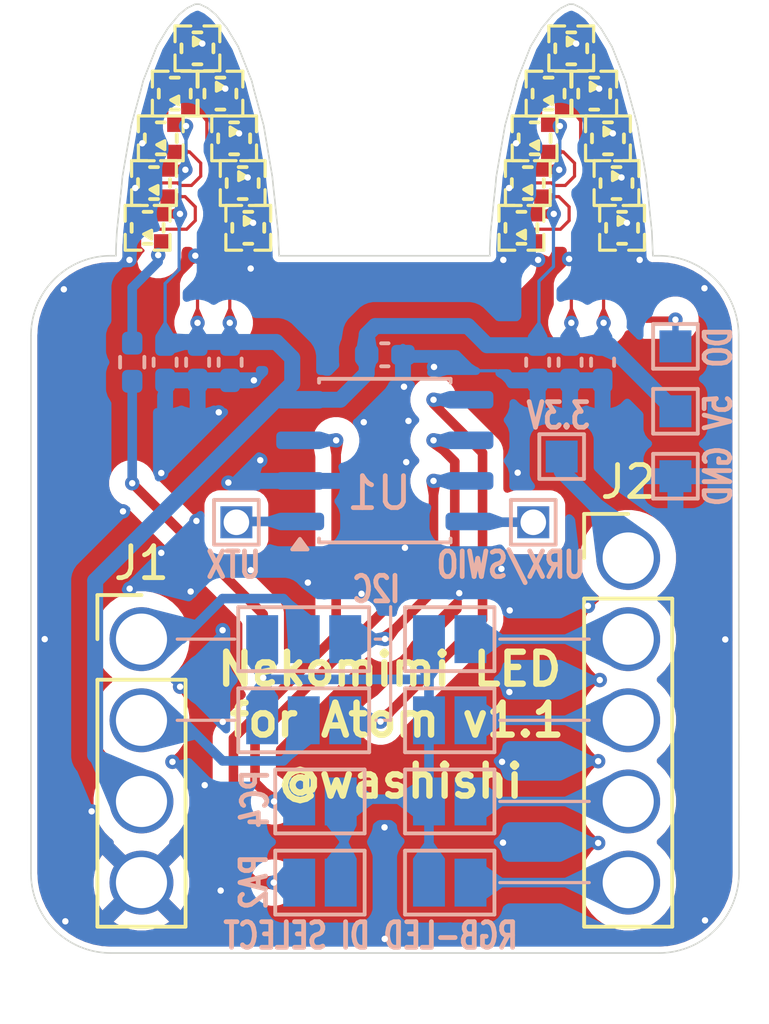
<source format=kicad_pcb>
(kicad_pcb (version 20241229) (generator "pcbnew") (generator_version "9.0")
  (layers (0 "F.Cu" signal) (2 "B.Cu" signal) (13 "F.Paste" user) (15 "B.Paste" user) (5 "F.SilkS" user "F.Silkscreen") (7 "B.SilkS" user "B.Silkscreen") (1 "F.Mask" user) (3 "B.Mask" user) (25 "Edge.Cuts" user))
  (net 0 "")
  (net 1 "Net-(JP1-A)")
  (net 2 "Net-(LED1-DO)")
  (net 3 "GND")
  (net 4 "+5V")
  (net 5 "Net-(LED2-DO)")
  (net 6 "Net-(LED3-DO)")
  (net 7 "Net-(LED4-DO)")
  (net 8 "Net-(LED5-DO)")
  (net 9 "Net-(LED6-DO)")
  (net 10 "Net-(LED7-DO)")
  (net 11 "Net-(LED8-DO)")
  (net 12 "Net-(LED10-DI)")
  (net 13 "Net-(LED10-DO)")
  (net 14 "Net-(LED11-DO)")
  (net 15 "Net-(LED12-DO)")
  (net 16 "Net-(LED13-DO)")
  (net 17 "Net-(LED14-DO)")
  (net 18 "Net-(LED15-DO)")
  (net 19 "Net-(LED16-DO)")
  (net 20 "Net-(LED17-DO)")
  (net 21 "/CH32V_PA2")
  (net 22 "/CH32V_PC4")
  (net 23 "/SDA")
  (net 24 "/SWIO{slash}URX")
  (net 25 "/UTX")
  (net 26 "/SCL")
  (net 27 "/G21{slash}G39{slash}SCL")
  (net 28 "/G25{slash}G38{slash}SDA")
  (net 29 "/G22{slash}G5")
  (net 30 "/G19{slash}G6")
  (net 31 "/G23{slash}G7")
  (net 32 "/G33{slash}G8")
  (net 33 "+3.3V")
  (net 34 "Net-(LED1-DI)")
  (net 35 "Net-(LED18-DO)")
  (footprint "Library:LED XL-1010RGBC-WS2812B" (layer "F.Cu") (at 108.8538 87.325367)
    (property "Reference" "LED17" (hide yes))
    (property "Value" "XL-1010RGBC-WS2812B" (hide yes))
  )
  (footprint "Library:LED XL-1010RGBC-WS2812B" (layer "F.Cu") (at 105.87695 88.725 180)
    (property "Reference" "LED10" (hide yes))
    (property "Value" "XL-1010RGBC-WS2812B" (hide yes))
  )
  (footprint "Library:LED XL-1010RGBC-WS2812B" (layer "F.Cu") (at 109.029 88.725)
    (property "Reference" "LED18" (hide yes))
    (property "Value" "XL-1010RGBC-WS2812B" (hide yes))
  )
  (footprint "Library:LED XL-1010RGBC-WS2812B" (layer "F.Cu") (at 94.17195 88.725 180)
    (property "Reference" "LED1" (hide yes))
    (property "Value" "XL-1010RGBC-WS2812B" (hide yes))
  )
  (footprint "Library:LED XL-1010RGBC-WS2812B" (layer "F.Cu") (at 106.72695 84.525367 180)
    (property "Reference" "LED13" (hide yes))
    (property "Value" "XL-1010RGBC-WS2812B" (hide yes))
  )
  (footprint "Library:LED XL-1010RGBC-WS2812B" (layer "F.Cu") (at 94.585 85.925 180)
    (property "Reference" "LED3" (hide yes))
    (property "Value" "XL-1010RGBC-WS2812B" (hide yes))
  )
  (footprint "Library:PinSocket_1x05_P2.54mm_Vertical_Hole1.6" (layer "F.Cu") (at 109.22 99.06)
    (property "Reference" "J2")
    (property "Value" "PinHeader_1x05_P2.54mm_Vertical" (hide yes))
  )
  (footprint "Library:LED XL-1010RGBC-WS2812B" (layer "F.Cu") (at 96.8815 85.925)
    (property "Reference" "LED7" (hide yes))
    (property "Value" "XL-1010RGBC-WS2812B" (hide yes))
  )
  (footprint "Library:LED XL-1010RGBC-WS2812B" (layer "F.Cu") (at 108.5865 85.925367)
    (property "Reference" "LED16" (hide yes))
    (property "Value" "XL-1010RGBC-WS2812B" (hide yes))
  )
  (footprint "Library:LED XL-1010RGBC-WS2812B" (layer "F.Cu") (at 95.732 83.108352)
    (property "Reference" "LED5" (hide yes))
    (property "Value" "XL-1010RGBC-WS2812B" (hide yes))
  )
  (footprint "Library:LED XL-1010RGBC-WS2812B" (layer "F.Cu") (at 95.02195 84.525 180)
    (property "Reference" "LED4" (hide yes))
    (property "Value" "XL-1010RGBC-WS2812B" (hide yes))
  )
  (footprint "Library:LED XL-1010RGBC-WS2812B" (layer "F.Cu") (at 97.324 88.725)
    (property "Reference" "LED9" (hide yes))
    (property "Value" "XL-1010RGBC-WS2812B" (hide yes))
  )
  (footprint "Library:PinSocket_1x04_P2.54mm_Vertical_Hole1.6" (layer "F.Cu") (at 93.98 101.6)
    (property "Reference" "J1")
    (property "Value" "PinHeader_1x04_P2.54mm_Vertical" (hide yes))
  )
  (footprint "Library:LED XL-1010RGBC-WS2812B" (layer "F.Cu") (at 106.29 85.925367 180)
    (property "Reference" "LED12" (hide yes))
    (property "Value" "XL-1010RGBC-WS2812B" (hide yes))
  )
  (footprint "Library:LED XL-1010RGBC-WS2812B" (layer "F.Cu") (at 96.45195 84.525)
    (property "Reference" "LED6" (hide yes))
    (property "Value" "XL-1010RGBC-WS2812B" (hide yes))
  )
  (footprint "Library:LED XL-1010RGBC-WS2812B" (layer "F.Cu") (at 107.437 83.108719)
    (property "Reference" "LED14" (hide yes))
    (property "Value" "XL-1010RGBC-WS2812B" (hide yes))
  )
  (footprint "Library:LED XL-1010RGBC-WS2812B" (layer "F.Cu") (at 94.37195 87.325 180)
    (property "Reference" "LED2" (hide yes))
    (property "Value" "XL-1010RGBC-WS2812B" (hide yes))
  )
  (footprint "Library:LED XL-1010RGBC-WS2812B" (layer "F.Cu") (at 97.1488 87.325)
    (property "Reference" "LED8" (hide yes))
    (property "Value" "XL-1010RGBC-WS2812B" (hide yes))
  )
  (footprint "Library:LED XL-1010RGBC-WS2812B" (layer "F.Cu") (at 108.15695 84.525367)
    (property "Reference" "LED15" (hide yes))
    (property "Value" "XL-1010RGBC-WS2812B" (hide yes))
  )
  (footprint "Library:LED XL-1010RGBC-WS2812B" (layer "F.Cu") (at 106.07695 87.325367 180)
    (property "Reference" "LED11" (hide yes))
    (property "Value" "XL-1010RGBC-WS2812B" (hide yes))
  )
  (footprint "Package_SO:JEITA_SOIC-8_3.9x4.9mm_P1.27mm" (layer "B.Cu") (at 101.6 96.012)
    (property "Reference" "U1")
    (property "Value" "CH32V003JxMx" (hide yes))
  )
  (footprint "Capacitor_SMD:C_0402_1005Metric_Pad0.74x0.62mm_HandSolder" (layer "B.Cu") (at 108.418 92.9325 -90)
    (property "Reference" "C4" (hide yes))
    (property "Value" "0.1uF" (hide yes))
  )
  (footprint "Capacitor_SMD:C_0402_1005Metric_Pad0.74x0.62mm_HandSolder" (layer "B.Cu") (at 96.755986 92.9325 -90)
    (property "Reference" "C3" (hide yes))
    (property "Value" "0.1uF" (hide yes))
  )
  (footprint "Jumper:SolderJumper-2_P1.3mm_Open_Pad1.0x1.5mm" (layer "B.Cu") (at 99.568 109.22 180)
    (property "Reference" "JP8" (hide yes))
    (property "Value" "Jumper_2_Open" (hide yes))
  )
  (footprint "Capacitor_SMD:C_0402_1005Metric_Pad0.74x0.62mm_HandSolder" (layer "B.Cu") (at 106.386 92.9325 -90)
    (property "Reference" "C6" (hide yes))
    (property "Value" "0.1uF")
  )
  (footprint "TestPoint:TestPoint_Pad_1.0x1.0mm" (layer "B.Cu") (at 107.1372 95.885 180)
    (property "Reference" "TP4" (hide yes))
    (property "Value" "TestPoint_Alt" (hide yes))
  )
  (footprint "Capacitor_SMD:C_0402_1005Metric_Pad0.74x0.62mm_HandSolder" (layer "B.Cu") (at 101.6 92.7)
    (property "Reference" "C7" (hide yes))
    (property "Value" "0.1uF")
  )
  (footprint "Jumper:SolderJumper-2_P1.3mm_Open_Pad1.0x1.5mm" (layer "B.Cu") (at 99.568 106.68 180)
    (property "Reference" "JP7" (hide yes))
    (property "Value" "Jumper_2_Open" (hide yes))
  )
  (footprint "Jumper:SolderJumper-2_P1.3mm_Open_Pad1.0x1.5mm" (layer "B.Cu") (at 103.632 104.14)
    (property "Reference" "JP4" (hide yes))
    (property "Value" "Jumper_2_Open" (hide yes))
  )
  (footprint "Library:TestPoint_THTPad_1.0x1.0mm_Drill0.8mm" (layer "B.Cu") (at 106.2482 97.9424 180)
    (property "Reference" "TP2" (hide yes))
    (property "Value" "TestPoint_Alt" (hide yes))
  )
  (footprint "Jumper:SolderJumper-2_P1.3mm_Open_Pad1.0x1.5mm" (layer "B.Cu") (at 103.632 101.6)
    (property "Reference" "JP3" (hide yes))
    (property "Value" "Jumper_2_Open" (hide yes))
  )
  (footprint "Jumper:SolderJumper-2_P1.3mm_Open_Pad1.0x1.5mm" (layer "B.Cu") (at 103.632 109.22)
    (property "Reference" "JP6" (hide yes))
    (property "Value" "Jumper_2_Open" (hide yes))
  )
  (footprint "My_Library:SolderJumper-3_P1.3mm_Open_Pad1.0x1.5mm_" (layer "B.Cu") (at 99.06 101.6)
    (property "Reference" "JP1" (hide yes))
    (property "Value" "Jumper_3_Open" (hide yes))
  )
  (footprint "Jumper:SolderJumper-2_P1.3mm_Open_Pad1.0x1.5mm" (layer "B.Cu") (at 103.632 106.68)
    (property "Reference" "JP5" (hide yes))
    (property "Value" "Jumper_2_Open" (hide yes))
  )
  (footprint "TestPoint:TestPoint_Pad_1.0x1.0mm" (layer "B.Cu") (at 110.7 94.468 180)
    (property "Reference" "TP6" (hide yes))
    (property "Value" "TestPoint_Alt" (hide yes))
  )
  (footprint "Capacitor_SMD:C_0402_1005Metric_Pad0.74x0.62mm_HandSolder" (layer "B.Cu") (at 94.719986 92.9325 -90)
    (property "Reference" "C1" (hide yes))
    (property "Value" "0.1uF")
  )
  (footprint "Library:TestPoint_THTPad_1.0x1.0mm_Drill0.8mm" (layer "B.Cu") (at 96.9518 97.9424 180)
    (property "Reference" "TP3" (hide yes))
    (property "Value" "TestPoint_Alt" (hide yes))
  )
  (footprint "My_Library:SolderJumper-3_P1.3mm_Open_Pad1.0x1.5mm_" (layer "B.Cu") (at 99.06 104.14)
    (property "Reference" "JP2" (hide yes))
    (property "Value" "Jumper_3_Open" (hide yes))
  )
  (footprint "TestPoint:TestPoint_Pad_1.0x1.0mm" (layer "B.Cu") (at 110.7 92.436 180)
    (property "Reference" "TP1" (hide yes))
    (property "Value" "TestPoint_Alt" (hide yes))
  )
  (footprint "Capacitor_SMD:C_0402_1005Metric_Pad0.74x0.62mm_HandSolder" (layer "B.Cu") (at 95.737986 92.9325 -90)
    (property "Reference" "C2" (hide yes))
    (property "Value" "0.1uF" (hide yes))
  )
  (footprint "Resistor_SMD:R_0402_1005Metric_Pad0.72x0.64mm_HandSolder" (layer "B.Cu") (at 93.69 92.9325 -90)
    (property "Reference" "R1" (hide yes))
    (property "Value" "330")
  )
  (footprint "Capacitor_SMD:C_0402_1005Metric_Pad0.74x0.62mm_HandSolder" (layer "B.Cu") (at 107.4 92.9325 -90)
    (property "Reference" "C5" (hide yes))
    (property "Value" "0.1uF" (hide yes))
  )
  (footprint "TestPoint:TestPoint_Pad_1.0x1.0mm" (layer "B.Cu") (at 110.7 96.5 180)
    (property "Reference" "TP5" (hide yes))
    (property "Value" "TestPoint_Alt" (hide yes))
  )
  (gr_line (start 105.2 104.14) (end 108 104.14) (stroke (width 0.1)) (layer "B.SilkS"))
  (gr_line (start 101.7826 104.14) (end 101.7826 100.584) (stroke (width 0.1)) (layer "B.SilkS"))
  (gr_line (start 101.3 101.6) (end 101.7826 101.6) (stroke (width 0.1)) (layer "B.SilkS"))
  (gr_line (start 105.2 109.22) (end 108 109.22) (stroke (width 0.1)) (layer "B.SilkS"))
  (gr_line (start 96.9 101.6) (end 95.1 101.6) (stroke (width 0.1)) (layer "B.SilkS"))
  (gr_line (start 105.2 106.68) (end 108 106.68) (stroke (width 0.1)) (layer "B.SilkS"))
  (gr_line (start 105.2 101.6) (end 108 101.6) (stroke (width 0.1)) (layer "B.SilkS"))
  (gr_line (start 96.9 104.14) (end 95.1 104.14) (stroke (width 0.1)) (layer "B.SilkS"))
  (gr_line (start 101.3254 104.14) (end 101.7826 104.14) (stroke (width 0.1)) (layer "B.SilkS"))
  (gr_line (start 93.358324 87.423914) (end 93.308324 87.873914) (stroke (width 0.05)) (layer "Edge.Cuts"))
  (gr_line (start 104.963324 88.374281) (end 104.913324 88.849281) (stroke (width 0.05)) (layer "Edge.Cuts"))
  (gr_line (start 93.02 111.424) (end 110.18 111.424) (stroke (width 0.05)) (layer "Edge.Cuts"))
  (gr_line (start 107.113324 81.849281) (end 106.863324 82.049281) (stroke (width 0.05)) (layer "Edge.Cuts"))
  (gr_line (start 93.258324 88.373914) (end 93.208324 88.848914) (stroke (width 0.05)) (layer "Edge.Cuts"))
  (gr_line (start 97.007291 83.050984) (end 96.657291 82.475984) (stroke (width 0.05)) (layer "Edge.Cuts"))
  (gr_line (start 98.157291 87.875984) (end 98.107291 87.425984) (stroke (width 0.05)) (layer "Edge.Cuts"))
  (gr_line (start 96.657291 82.475984) (end 96.307291 82.050984) (stroke (width 0.05)) (layer "Edge.Cuts"))
  (gr_line (start 108.362291 82.476351) (end 108.012291 82.051351) (stroke (width 0.05)) (layer "Edge.Cuts"))
  (gr_line (start 93.208324 88.848914) (end 93.183112 89.367673) (stroke (width 0.05)) (layer "Edge.Cuts"))
  (gr_line (start 108.712291 83.051351) (end 108.362291 82.476351) (stroke (width 0.05)) (layer "Edge.Cuts"))
  (gr_line (start 112.69 108.914) (end 112.679967 92.1) (stroke (width 0.05)) (layer "Edge.Cuts"))
  (gr_line (start 90.52 108.924) (end 90.52 92.1) (stroke (width 0.05)) (layer "Edge.Cuts"))
  (gr_line (start 105.663324 84.424281) (end 105.363324 85.524281) (stroke (width 0.05)) (layer "Edge.Cuts"))
  (gr_line (start 109.994005 89.6) (end 110.18 89.6) (stroke (width 0.05)) (layer "Edge.Cuts"))
  (gr_line (start 93.383324 87.123914) (end 93.358324 87.423914) (stroke (width 0.05)) (layer "Edge.Cuts"))
  (gr_line (start 109.512291 85.526351) (end 109.212291 84.426351) (stroke (width 0.05)) (layer "Edge.Cuts"))
  (gr_line (start 98.107291 87.425984) (end 98.078041 87.125984) (stroke (width 0.05)) (layer "Edge.Cuts"))
  (gr_line (start 109.994005 89.6) (end 109.962291 88.851351) (stroke (width 0.05)) (layer "Edge.Cuts"))
  (gr_line (start 106.863324 82.049281) (end 106.513324 82.474281) (stroke (width 0.05)) (layer "Edge.Cuts"))
  (gr_line (start 97.507291 84.425984) (end 97.432291 84.125984) (stroke (width 0.05)) (layer "Edge.Cuts"))
  (gr_line (start 95.658324 81.725984) (end 95.408324 81.848914) (stroke (width 0.05)) (layer "Edge.Cuts"))
  (gr_line (start 106.163324 83.049281) (end 105.738324 84.124281) (stroke (width 0.05)) (layer "Edge.Cuts"))
  (gr_line (start 98.289005 89.599633) (end 98.257291 88.850984) (stroke (width 0.05)) (layer "Edge.Cuts"))
  (gr_line (start 106.513324 82.474281) (end 106.163324 83.049281) (stroke (width 0.05)) (layer "Edge.Cuts"))
  (gr_line (start 97.432291 84.125984) (end 97.007291 83.050984) (stroke (width 0.05)) (layer "Edge.Cuts"))
  (gr_line (start 109.212291 84.426351) (end 109.137291 84.126351) (stroke (width 0.05)) (layer "Edge.Cuts"))
  (gr_line (start 105.363324 85.524281) (end 105.088324 87.124281) (stroke (width 0.05)) (layer "Edge.Cuts"))
  (gr_line (start 93.958324 84.423914) (end 93.658324 85.523914) (stroke (width 0.05)) (layer "Edge.Cuts"))
  (gr_line (start 93.308324 87.873914) (end 93.258324 88.373914) (stroke (width 0.05)) (layer "Edge.Cuts"))
  (gr_line (start 108.012291 82.051351) (end 107.762291 81.849281) (stroke (width 0.05)) (layer "Edge.Cuts"))
  (gr_line (start 104.887969 89.6) (end 104.888112 89.36804) (stroke (width 0.05)) (layer "Edge.Cuts"))
  (gr_arc (start 112.69 108.914) (mid 111.954838 110.688838) (end 110.18 111.424) (stroke (width 0.05)) (layer "Edge.Cuts"))
  (gr_line (start 96.057291 81.848914) (end 95.805 81.725984) (stroke (width 0.05)) (layer "Edge.Cuts"))
  (gr_line (start 109.862291 87.876351) (end 109.812291 87.426351) (stroke (width 0.05)) (layer "Edge.Cuts"))
  (gr_line (start 98.287969 89.6) (end 104.887969 89.6) (stroke (width 0.05)) (layer "Edge.Cuts"))
  (gr_line (start 107.762291 81.849281) (end 107.51 81.726351) (stroke (width 0.05)) (layer "Edge.Cuts"))
  (gr_arc (start 110.18 89.6) (mid 111.947767 90.332233) (end 112.68 92.1) (stroke (width 0.05)) (layer "Edge.Cuts"))
  (gr_line (start 105.088324 87.124281) (end 105.063324 87.424281) (stroke (width 0.05)) (layer "Edge.Cuts"))
  (gr_line (start 105.013324 87.874281) (end 104.963324 88.374281) (stroke (width 0.05)) (layer "Edge.Cuts"))
  (gr_line (start 107.363324 81.726351) (end 107.113324 81.849281) (stroke (width 0.05)) (layer "Edge.Cuts"))
  (gr_line (start 95.408324 81.848914) (end 95.158324 82.048914) (stroke (width 0.05)) (layer "Edge.Cuts"))
  (gr_arc (start 93.02 111.424) (mid 91.252233 110.691767) (end 90.52 108.924) (stroke (width 0.05)) (layer "Edge.Cuts"))
  (gr_line (start 98.207291 88.375984) (end 98.157291 87.875984) (stroke (width 0.05)) (layer "Edge.Cuts"))
  (gr_line (start 97.807291 85.525984) (end 97.507291 84.425984) (stroke (width 0.05)) (layer "Edge.Cuts"))
  (gr_line (start 107.512291 81.726351) (end 107.363324 81.726351) (stroke (width 0.05)) (layer "Edge.Cuts"))
  (gr_line (start 94.808324 82.473914) (end 94.458324 83.048914) (stroke (width 0.05)) (layer "Edge.Cuts"))
  (gr_line (start 94.033324 84.123914) (end 93.958324 84.423914) (stroke (width 0.05)) (layer "Edge.Cuts"))
  (gr_arc (start 90.52 92.1) (mid 91.252233 90.332233) (end 93.02 89.6) (stroke (width 0.05)) (layer "Edge.Cuts"))
  (gr_line (start 109.962291 88.851351) (end 109.912291 88.376351) (stroke (width 0.05)) (layer "Edge.Cuts"))
  (gr_line (start 109.912291 88.376351) (end 109.862291 87.876351) (stroke (width 0.05)) (layer "Edge.Cuts"))
  (gr_line (start 109.812291 87.426351) (end 109.783041 87.126351) (stroke (width 0.05)) (layer "Edge.Cuts"))
  (gr_line (start 93.658324 85.523914) (end 93.383324 87.123914) (stroke (width 0.05)) (layer "Edge.Cuts"))
  (gr_line (start 98.078041 87.125984) (end 97.807291 85.525984) (stroke (width 0.05)) (layer "Edge.Cuts"))
  (gr_line (start 94.458324 83.048914) (end 94.033324 84.123914) (stroke (width 0.05)) (layer "Edge.Cuts"))
  (gr_line (start 95.158324 82.048914) (end 94.808324 82.473914) (stroke (width 0.05)) (layer "Edge.Cuts"))
  (gr_line (start 109.783041 87.126351) (end 109.512291 85.526351) (stroke (width 0.05)) (layer "Edge.Cuts"))
  (gr_line (start 104.913324 88.849281) (end 104.888112 89.36804) (stroke (width 0.05)) (layer "Edge.Cuts"))
  (gr_line (start 105.738324 84.124281) (end 105.663324 84.424281) (stroke (width 0.05)) (layer "Edge.Cuts"))
  (gr_line (start 93.182005 89.6) (end 93.02 89.6) (stroke (width 0.05)) (layer "Edge.Cuts"))
  (gr_line (start 95.807291 81.725984) (end 95.658324 81.725984) (stroke (width 0.05)) (layer "Edge.Cuts"))
  (gr_line (start 96.307291 82.050984) (end 96.057291 81.848914) (stroke (width 0.05)) (layer "Edge.Cuts"))
  (gr_line (start 93.183112 89.367673) (end 93.182005 89.6) (stroke (width 0.05)) (layer "Edge.Cuts"))
  (gr_line (start 105.063324 87.424281) (end 105.013324 87.874281) (stroke (width 0.05)) (layer "Edge.Cuts"))
  (gr_line (start 98.257291 88.850984) (end 98.207291 88.375984) (stroke (width 0.05)) (layer "Edge.Cuts"))
  (gr_line (start 109.137291 84.126351) (end 108.712291 83.051351) (stroke (width 0.05)) (layer "Edge.Cuts"))
  (gr_text "@washishi" (at 98.15 106.63 0) (layer "F.SilkS") (effects (font (size 1 1) (thickness 0.2) (bold yes)) (justify left bottom)))
  (gr_text "for Atom v1.1" (at 96.63 104.72 0) (layer "F.SilkS") (effects (font (size 1 1) (thickness 0.2) (bold yes)) (justify left bottom)))
  (gr_text "Nekomimi LED " (at 96.263 103.126 0) (layer "F.SilkS") (effects (font (size 1 1) (thickness 0.2) (bold yes)) (justify left bottom)))
  (gr_text "3.3V" (at 108.1024 95.0722 0) (layer "B.SilkS") (effects (font (size 0.8 0.6)) (justify left bottom mirror)))
  (gr_text "URX/SWIO" (at 107.95 99.7458 0) (layer "B.SilkS") (effects (font (size 0.8 0.6)) (justify left bottom mirror)))
  (gr_text "I2C" (at 102.1588 100.5078 0) (layer "B.SilkS") (effects (font (size 0.8 0.6)) (justify left bottom mirror)))
  (gr_text "5V" (at 112.5034 93.8584 90) (layer "B.SilkS") (effects (font (size 0.8 0.6)) (justify left bottom mirror)))
  (gr_text "UTX" (at 97.79 99.7458 0) (layer "B.SilkS") (effects (font (size 0.8 0.6)) (justify left bottom mirror)))
  (gr_text "PC4" (at 98.01 105.62 90) (layer "B.SilkS") (effects (font (size 0.8 0.6)) (justify left bottom mirror)))
  (gr_text "DO" (at 112.5034 91.7502 90) (layer "B.SilkS") (effects (font (size 0.8 0.6)) (justify left bottom mirror)))
  (gr_text "RGB-LED DI SELECT" (at 105.8418 111.35 0) (layer "B.SilkS") (effects (font (size 0.8 0.6)) (justify left bottom mirror)))
  (gr_text "GND" (at 112.5034 95.484 90) (layer "B.SilkS") (effects (font (size 0.8 0.6)) (justify left bottom mirror)))
  (gr_text "PA2" (at 97.97 108.26 90) (layer "B.SilkS") (effects (font (size 0.8 0.6)) (justify left bottom mirror)))
  (segment (start 97.79 100.82) (end 93.69 96.72) (width 0.3) (layer "F.Cu") (net 1))
  (segment (start 97.792 102.808) (end 97.79 102.806) (width 0.3) (layer "F.Cu") (net 1))
  (segment (start 97.79 102.806) (end 97.79 100.82) (width 0.3) (layer "F.Cu") (net 1))
  (via (at 93.69 96.72) (size 0.45) (drill 0.2) (layers "F.Cu" "B.Cu") (net 1))
  (via (at 97.792 102.808) (size 0.45) (drill 0.2) (layers "F.Cu" "B.Cu") (net 1))
  (segment (start 103.319 106.61) (end 100.32 106.61) (width 0.3) (layer "B.Cu") (net 1))
  (segment (start 97.76 101.6) (end 97.76 102.205) (width 0.2) (layer "B.Cu") (net 1))
  (segment (start 97.82 102.86) (end 97.792 102.832) (width 0.1) (layer "B.Cu") (net 1))
  (segment (start 100.32 109.195) (end 100.32 106.832) (width 0.3) (layer "B.Cu") (net 1))
  (segment (start 97.79 103.505) (end 97.76 103.535) (width 0.2) (layer "B.Cu") (net 1))
  (segment (start 97.792 102.832) (end 97.792 102.808) (width 0.1) (layer "B.Cu") (net 1))
  (segment (start 100.345 109.22) (end 100.32 109.195) (width 0.3) (layer "B.Cu") (net 1))
  (segment (start 102.982 102.86) (end 97.82 102.86) (width 0.3) (layer "B.Cu") (net 1))
  (segment (start 97.792 102.808) (end 97.79 102.81) (width 0.3) (layer "B.Cu") (net 1))
  (segment (start 103.237 109.24) (end 103.217 109.22) (width 0.2) (layer "B.Cu") (net 1))
  (segment (start 102.982 101.6) (end 102.982 102.86) (width 0.3) (layer "B.Cu") (net 1))
  (segment (start 102.982 102.86) (end 102.982 107.93) (width 0.3) (layer "B.Cu") (net 1))
  (segment (start 97.79 102.806) (end 97.792 102.808) (width 0.3) (layer "B.Cu") (net 1))
  (segment (start 97.79 102.235) (end 97.79 102.806) (width 0.3) (layer "B.Cu") (net 1))
  (segment (start 102.982 107.93) (end 102.982 109.22) (width 0.3) (layer "B.Cu") (net 1))
  (segment (start 93.69 96.72) (end 93.69 93.53) (width 0.3) (layer "B.Cu") (net 1))
  (segment (start 100.32 106.832) (end 100.345 106.807) (width 0.3) (layer "B.Cu") (net 1))
  (segment (start 100.345 106.807) (end 100.218 106.68) (width 0.2) (layer "B.Cu") (net 1))
  (segment (start 97.79 102.81) (end 97.79 103.505) (width 0.3) (layer "B.Cu") (net 1))
  (segment (start 97.76 102.205) (end 97.79 102.235) (width 0.2) (layer "B.Cu") (net 1))
  (segment (start 97.76 103.535) (end 97.76 104.14) (width 0.2) (layer "B.Cu") (net 1))
  (segment (start 95.665 88.069633) (end 95.665 88.499633) (width 0.1) (layer "F.Cu") (net 2))
  (segment (start 95.395 88.769633) (end 94.395 88.769633) (width 0.1) (layer "F.Cu") (net 2))
  (segment (start 95.665 88.499633) (end 95.395 88.769633) (width 0.1) (layer "F.Cu") (net 2))
  (segment (start 93.925367 88.3) (end 93.74695 88.3) (width 0.1) (layer "F.Cu") (net 2))
  (segment (start 94.79695 87.75) (end 95.345367 87.75) (width 0.1) (layer "F.Cu") (net 2))
  (segment (start 95.345367 87.75) (end 95.665 88.069633) (width 0.1) (layer "F.Cu") (net 2))
  (segment (start 94.395 88.769633) (end 93.925367 88.3) (width 0.1) (layer "F.Cu") (net 2))
  (segment (start 94.16 86.254633) (end 94.16 86.35) (width 0.1) (layer "F.Cu") (net 3))
  (segment (start 93.74695 89.16195) (end 94.025 89.44) (width 0.1) (layer "F.Cu") (net 3))
  (segment (start 105.45195 89.15) (end 105.49 89.15) (width 0.3) (layer "F.Cu") (net 3))
  (segment (start 107.37 89.7) (end 107.34 89.73) (width 0.1) (layer "F.Cu") (net 3))
  (segment (start 93.605 89.805) (end 93.605 89.73) (width 0.1) (layer "F.Cu") (net 3))
  (segment (start 107.34 89.73) (end 106.4 89.73) (width 0.1) (layer "F.Cu") (net 3))
  (segment (start 106.30195 84.950367) (end 106.30195 85.81805) (width 0.1) (layer "F.Cu") (net 3))
  (segment (start 106.30195 85.81805) (end 105.865 86.255) (width 0.1) (layer "F.Cu") (net 3))
  (segment (start 105.45195 89.58805) (end 105.45195 89.15) (width 0.1) (layer "F.Cu") (net 3))
  (segment (start 95.665 89.599633) (end 95.570367 89.599633) (width 0.1) (layer "F.Cu") (net 3))
  (segment (start 94.59695 84.95) (end 94.59695 85.817683) (width 0.1) (layer "F.Cu") (net 3))
  (segment (start 94.025 89.44) (end 93.735 89.73) (width 0.1) (layer "F.Cu") (net 3))
  (segment (start 105.31 89.73) (end 105.45195 89.58805) (width 0.1) (layer "F.Cu") (net 3))
  (segment (start 109.50195 88.300367) (end 109.50195 88.36805) (width 0.1) (layer "F.Cu") (net 3))
  (segment (start 93.74695 89.149633) (end 93.74695 89.16195) (width 0.1) (layer "F.Cu") (net 3))
  (segment (start 97.79695 88.3) (end 97.79695 88.367683) (width 0.1) (layer "F.Cu") (net 3))
  (segment (start 94.764633 90.5) (end 94.3 90.5) (width 0.1) (layer "F.Cu") (net 3))
  (segment (start 94.59695 85.817683) (end 94.16 86.254633) (width 0.1) (layer "F.Cu") (net 3))
  (segment (start 95.665 89.599633) (end 94.764633 90.5) (width 0.1) (layer "F.Cu") (net 3))
  (segment (start 105.45195 89.15) (end 105.48 89.15) (width 0.1) (layer "F.Cu") (net 3))
  (segment (start 93.735 89.73) (end 93.605 89.73) (width 0.1) (layer "F.Cu") (net 3))
  (segment (start 94.3 90.5) (end 93.605 89.805) (width 0.1) (layer "F.Cu") (net 3))
  (segment (start 105.865 86.255) (end 105.865 86.350367) (width 0.1) (layer "F.Cu") (net 3))
  (via (at 105.51 100.7) (size 0.45) (drill 0.2) (layers "F.Cu" "B.Cu") (net 3))
  (via (at 105.71 86.08) (size 0.45) (drill 0.2) (layers "F.Cu" "B.Cu") (net 3))
  (via (at 109.58 89.73) (size 0.45) (drill 0.2) (layers "F.Cu" "B.Cu") (net 3))
  (via (at 97.035 85.769633) (size 0.45) (drill 0.2) (layers "F.Cu" "B.Cu") (net 3))
  (via (at 93.4 97.6) (size 0.45) (drill 0.2) (layers "F.Cu" "B.Cu") (net 3))
  (via (at 94.6 96.4) (size 0.45) (drill 0.2) (layers "F.Cu" "B.Cu") (net 3))
  (via (at 108.33 102.88) (size 0.45) (drill 0.2) (layers "F.Cu" "B.Cu") (net 3))
  (via (at 109.01 87.15) (size 0.45) (drill 0.2) (layers "F.Cu" "B.Cu") (net 3))
  (via (at 111.608 90.616) (size 0.45) (drill 0.2) (layers "F.Cu" "B.Cu") (net 3))
  (via (at 95.885 82.959633) (size 0.45) (drill 0.2) (layers "F.Cu" "B.Cu") (net 3))
  (via (at 96.4 94.5) (size 0.45) (drill 0.2) (layers "F.Cu" "B.Cu") (net 3))
  (via (at 106.4 89.73) (size 0.45) (drill 0.2) (layers "F.Cu" "B.Cu") (net 3))
  (via (at 96.605 84.369633) (size 0.45) (drill 0.2) (layers "F.Cu" "B.Cu") (net 3))
  (via (at 108.28 105.42) (size 0.45) (drill 0.2) (layers "F.Cu" "B.Cu") (net 3))
  (via (at 101.597 110.982) (size 0.45) (drill 0.2) (layers "F.Cu" "B.Cu") (net 3))
  (via (at 96.46 109.47) (size 0.45) (drill 0.2) (layers "F.Cu" "B.Cu") (net 3))
  (via (at 95.52 100.11) (size 0.45) (drill 0.2) (layers "F.Cu" "B.Cu") (net 3))
  (via (at 107.59 82.96) (size 0.45) (drill 0.2) (layers "F.Cu" "B.Cu") (net 3))
  (via (at 91.549 90.65) (size 0.45) (drill 0.2) (layers "F.Cu" "B.Cu") (net 3))
  (via (at 97.305 87.149633) (size 0.45) (drill 0.2) (layers "F.Cu" "B.Cu") (net 3))
  (via (at 105.49 87.48) (size 0.45) (drill 0.2) (layers "F.Cu" "B.Cu") (net 3))
  (via (at 103.14 93.08) (size 0.45) (drill 0.2) (layers "F.Cu" "B.Cu") (net 3))
  (via (at 105.31 89.73) (size 0.45) (drill 0.2) (layers "F.Cu" "B.Cu") (net 3))
  (via (at 105.499 103.255) (size 0.45) (drill 0.2) (layers "F.Cu" "B.Cu") (net 3))
  (via (at 103.93 100.16) (size 0.45) (drill 0.2) (layers "F.Cu" "B.Cu") (net 3))
  (via (at 93.605 89.73) (size 0.45) (drill 0.2) (layers "F.Cu" "B.Cu") (net 3))
  (via (at 99.19 99.83) (size 0.45) (drill 0.2) (layers "F.Cu" "B.Cu") (net 3))
  (via (at 100.94 94.81) (size 0.45) (drill 0.2) (layers "F.Cu" "B.Cu") (net 3))
  (via (at 97.475 88.569633) (size 0.45) (drill 0.2) (layers "F.Cu" "B.Cu") (net 3))
  (via (at 96.52 101.32) (size 0.45) (drill 0.2) (layers "F.Cu" "B.Cu") (net 3))
  (via (at 97.5 93.5) (size 0.45) (drill 0.2) (layers "F.Cu" "B.Cu") (net 3))
  (via (at 95.7 97.9) (size 0.45) (drill 0.2) (layers "F.Cu" "B.Cu") (net 3))
  (via (at 96.7 96.7) (size 0.45) (drill 0.2) (layers "F.Cu" "B.Cu") (net 3))
  (via (at 102.2 93.7) (size 0.45) (drill 0.2) (layers "F.Cu" "B.Cu") (net 3))
  (via (at 94.005 86.079633) (size 0.45) (drill 0.2) (layers "F.Cu" "B.Cu") (net 3))
  (via (at 97.4 90) (size 0.45) (drill 0.2) (layers "F.Cu" "B.Cu") (net 3))
  (via (at 90.95 101.6) (size 0.45) (drill 0.2) (layers "F.Cu" "B.Cu") (net 3))
  (via (at 111.626 110.402) (size 0.45) (drill 0.2) (layers "F.Cu" "B.Cu") (net 3))
  (via (at 108.31 84.37) (size 0.45) (drill 0.2) (layers "F.Cu" "B.Cu") (net 3))
  (via (at 105.25 99.4) (size 0.45) (drill 0.2) (layers "F.Cu" "B.Cu") (net 3))
  (via (at 105.3 107.97) (size 0.45) (drill 0.2) (layers "F.Cu" "B.Cu") (net 3))
  (via (at 102.23 98.74) (size 0.45) (drill 0.2) (layers "F.Cu" "B.Cu") (net 3))
  (via (at 102.27 96.06) (size 0.45) (drill 0.2) (layers "F.Cu" "B.Cu") (net 3))
  (via (at 94.6 98.9) (size 0.45) (drill 0.2) (layers "F.Cu" "B.Cu") (net 3))
  (via (at 105.27 105.44) (size 0.45) (drill 0.2) (layers "F.Cu" "B.Cu") (net 3))
  (via (at 97.4 99.44) (size 0.45) (drill 0.2) (layers "F.Cu" "B.Cu") (net 3))
  (via (at 91.596 110.432) (size 0.45) (drill 0.2) (layers "F.Cu" "B.Cu") (net 3))
  (via (at 108.28 107.98) (size 0.45) (drill 0.2) (layers "F.Cu" "B.Cu") (net 3))
  (via (at 107.37 89.7) (size 0.45) (drill 0.2) (layers "F.Cu" "B.Cu") (net 3))
  (via (at 95.19 103.09) (size 0.45) (drill 0.2) (layers "F.Cu" "B.Cu") (net 3))
  (via (at 102.34 94.77) (size 0.45) (drill 0.2) (layers "F.Cu" "B.Cu") (net 3))
  (via (at 107.96 100.56) (size 0.45) (drill 0.2) (layers "F.Cu" "B.Cu") (net 3))
  (via (at 97.7 96) (size 0.45) (drill 0.2) (layers "F.Cu" "B.Cu") (net 3))
  (via (at 96.525 104.189) (size 0.45) (drill 0.2) (layers "F.Cu" "B.Cu") (net 3))
  (via (at 95.96 106.17) (size 0.45) (drill 0.2) (layers "F.Cu" "B.Cu") (net 3))
  (via (at 108.74 85.77) (size 0.45) (drill 0.2) (layers "F.Cu" "B.Cu") (net 3))
  (via (at 105.76 96.39) (size 0.45) (drill 0.2) (layers "F.Cu" "B.Cu") (net 3))
  (via (at 100.87 100.18) (size 0.45) (drill 0.2) (layers "F.Cu" "B.Cu") (net 3))
  (via (at 93.785 87.479633) (size 0.45) (drill 0.2) (layers "F.Cu" "B.Cu") (net 3))
  (via (at 95.665 89.599633) (size 0.45) (drill 0.2) (layers "F.Cu" "B.Cu") (net 3))
  (via (at 109.18 88.57) (size 0.45) (drill 0.2) (layers "F.Cu" "B.Cu") (net 3))
  (via (at 94.95 105.44) (size 0.45) (drill 0.2) (layers "F.Cu" "B.Cu") (net 3))
  (via (at 101.59 107.49) (size 0.45) (drill 0.2) (layers "F.Cu" "B.Cu") (net 3))
  (via (at 112.26 101.61) (size 0.45) (drill 0.2) (layers "F.Cu" "B.Cu") (net 3))
  (via (at 93.61 100.02) (size 0.45) (drill 0.2) (layers "F.Cu" "B.Cu") (net 3))
  (via (at 92.42 106.99) (size 0.45) (drill 0.2) (layers "F.Cu" "B.Cu") (net 3))
  (segment (start 105.49 86.3) (end 105.49 87.48) (width 0.1) (layer "B.Cu") (net 3))
  (segment (start 97.305 86.039633) (end 97.035 85.769633) (width 0.1) (layer "B.Cu") (net 3))
  (segment (start 109.18 88.57) (end 109.18 87.32) (width 0.1) (layer "B.Cu") (net 3))
  (segment (start 95.885 82.959633) (end 94.4 84.444633) (width 0.1) (layer "B.Cu") (net 3))
  (segment (start 107.24 82.96) (end 106 84.2) (width 0.1) (layer "B.Cu") (net 3))
  (segment (start 106.386 93.5) (end 105.4 93.5) (width 0.1) (layer "B.Cu") (net 3))
  (segment (start 108.74 85.77) (end 108.31 85.34) (width 0.1) (layer "B.Cu") (net 3))
  (segment (start 109.58 88.97) (end 109.18 88.57) (width 0.1) (layer "B.Cu") (net 3))
  (segment (start 94.005 86.079633) (end 94.005 87.259633) (width 0.1) (layer "B.Cu") (net 3))
  (segment (start 107.4 89.73) (end 107.37 89.7) (width 0.1) (layer "B.Cu") (net 3))
  (segment (start 93.785 87.479633) (end 93.785 89.55) (width 0.1) (layer "B.Cu") (net 3))
  (segment (start 108.31 85.34) (end 108.31 84.37) (width 0.1) (layer "B.Cu") (net 3))
  (segment (start 96.215367 90.15) (end 95.665 89.599633) (width 0.1) (layer "B.Cu") (net 3))
  (segment (start 108.31 84.37) (end 108.2 84.26) (width 0.1) (layer "B.Cu") (net 3))
  (segment (start 109.58 89.73) (end 107.4 89.73) (width 0.1) (layer "B.Cu") (net 3))
  (segment (start 97.25 90.15) (end 96.215367 90.15) (width 0.1) (layer "B.Cu") (net 3))
  (segment (start 92.88 90.29) (end 93.44 89.73) (width 0.1) (layer "B.Cu") (net 3))
  (segment (start 102.1675 92.456) (end 102.1588 92.4647) (width 0.2) (layer "B.Cu") (net 3))
  (segment (start 97.035 84.799633) (end 96.605 84.369633) (width 0.1) (layer "B.Cu") (net 3))
  (segment (start 97.4 90) (end 97.62 89.78) (width 0.1) (layer "B.Cu") (net 3))
  (segment (start 93.785 89.55) (end 93.605 89.73) (width 0.1) (layer "B.Cu") (net 3))
  (segment (start 108.2 83.5) (end 107.66 82.96) (width 0.1) (layer "B.Cu") (net 3))
  (segment (start 105.1 93.2) (end 103.26 93.2) (width 0.1) (layer "B.Cu") (net 3))
  (segment (start 94.4 85.6) (end 94.005 85.995) (width 0.1) (layer "B.Cu") (net 3))
  (segment (start 93.44 89.73) (end 93.605 89.73) (width 0.1) (layer "B.Cu") (net 3))
  (segment (start 107.59 82.96) (end 107.24 82.96) (width 0.1) (layer "B.Cu") (net 3))
  (segment (start 97.62 88.714633) (end 97.475 88.569633) (width 0.1) (layer "B.Cu") (net 3))
  (segment (start 105.71 86.08) (end 105.49 86.3) (width 0.1) (layer "B.Cu") (net 3))
  (segment (start 106 84.2) (end 106 85.79) (width 0.1) (layer "B.Cu") (net 3))
  (segment (start 91.909 90.29) (end 92.88 90.29) (width 0.1) (layer "B.Cu") (net 3))
  (segment (start 109.58 89.73) (end 109.58 88.97) (width 0.1) (layer "B.Cu") (net 3))
  (segment (start 109.18 87.32) (end 109.01 87.15) (width 0.1) (layer "B.Cu") (net 3))
  (segment (start 106 85.79) (end 105.71 86.08) (width 0.1) (layer "B.Cu") (net 3))
  (segment (start 96.605 83.679633) (end 95.885 82.959633) (width 0.1) (layer "B.Cu") (net 3))
  (segment (start 94.005 85.995) (end 94.005 86.079633) (width 0.1) (layer "B.Cu") (net 3))
  (segment (start 94.4 84.444633) (end 94.4 85.6) (width 0.1) (layer "B.Cu") (net 3))
  (segment (start 109.01 87.15) (end 108.74 86.88) (width 0.1) (layer "B.Cu") (net 3))
  (segment (start 97.305 88.399633) (end 97.305 87.149633) (width 0.1) (layer "B.Cu") (net 3))
  (segment (start 96.605 84.369633) (end 96.605 83.679633) (width 0.1) (layer "B.Cu") (net 3))
  (segment (start 107.66 82.96) (end 107.59 82.96) (width 0.1) (layer "B.Cu") (net 3))
  (segment (start 97.62 89.78) (end 97.62 88.714633) (width 0.1) (layer "B.Cu") (net 3))
  (segment (start 97.475 88.569633) (end 97.305 88.399633) (width 0.1) (layer "B.Cu") (net 3))
  (segment (start 108.74 86.88) (end 108.74 85.77) (width 0.1) (layer "B.Cu") (net 3))
  (segment (start 106.4 89.73) (end 105.31 89.73) (width 0.1) (layer "B.Cu") (net 3))
  (segment (start 97.4 90) (end 97.25 90.15) (width 0.1) (layer "B.Cu") (net 3))
  (segment (start 97.035 85.769633) (end 97.035 84.799633) (width 0.1) (layer "B.Cu") (net 3))
  (segment (start 105.49 87.48) (end 105.49 89.55) (width 0.1) (layer "B.Cu") (net 3))
  (segment (start 97.305 87.149633) (end 97.305 86.039633) (width 0.1) (layer "B.Cu") (net 3))
  (segment (start 103.26 93.2) (end 103.14 93.08) (width 0.1) (layer "B.Cu") (net 3))
  (segment (start 108.2 84.26) (end 108.2 83.5) (width 0.1) (layer "B.Cu") (net 3))
  (segment (start 91.549 90.65) (end 91.909 90.29) (width 0.1) (layer "B.Cu") (net 3))
  (segment (start 105.49 89.55) (end 105.31 89.73) (width 0.1) (layer "B.Cu") (net 3))
  (segment (start 105.4 93.5) (end 105.1 93.2) (width 0.1) (layer "B.Cu") (net 3))
  (segment (start 94.005 87.259633) (end 93.785 87.479633) (width 0.1) (layer "B.Cu") (net 3))
  (segment (start 108.05 87.348417) (end 108.05 86.461867) (width 0.1) (layer "F.Cu") (net 4))
  (segment (start 96.155 90.109633) (end 95.735 90.529633) (width 0.1) (layer "F.Cu") (net 4))
  (segment (start 107.667868 84.497868) (end 107.312132 84.497868) (width 0.1) (layer "F.Cu") (net 4))
  (segment (start 95.185 88.289633) (end 94.60695 88.289633) (width 0.1) (layer "F.Cu") (net 4))
  (segment (start 107.85 90.12) (end 107.85 86.58) (width 0.1) (layer "F.Cu") (net 4))
  (segment (start 107.06 86.91) (end 107.04 86.89) (width 0.1) (layer "F.Cu") (net 4))
  (segment (start 95.335 86.889633) (end 94.807317 86.889633) (width 0.1) (layer "F.Cu") (net 4))
  (segment (start 107.73195 86.46195) (end 107.73195 84.950367) (width 0.1) (layer "F.Cu") (net 4))
  (segment (start 96.02 84.56) (end 95.669631 84.56) (width 0.1) (layer "F.Cu") (net 4))
  (segment (start 106.512317 86.89) (end 106.50195 86.900367) (width 0.1) (layer "F.Cu") (net 4))
  (segment (start 96.47695 86.35) (end 96.47695 86.497683) (width 0.1) (layer "F.Cu") (net 4))
  (segment (start 94.635 86.73805) (end 94.79695 86.9) (width 0.1) (layer "F.Cu") (net 4))
  (segment (start 96.345 86.4615) (end 96.345 87.34805) (width 0.1) (layer "F.Cu") (net 4))
  (segment (start 96.155 86.555) (end 96.155 90.109633) (width 0.1) (layer "F.Cu") (net 4))
  (segment (start 107.15195 84.337686) (end 107.15195 84.100367) (width 0.1) (layer "F.Cu") (net 4))
  (segment (start 95.355 86.909633) (end 95.335 86.889633) (width 0.1) (layer "F.Cu") (net 4))
  (segment (start 107.73195 84.950367) (end 107.73195 84.56195) (width 0.1) (layer "F.Cu") (net 4))
  (segment (start 107.73195 84.56195) (end 107.667868 84.497868) (width 0.1) (layer "F.Cu") (net 4))
  (segment (start 95.30891 83.96196) (end 95.44695 84.1) (width 0.1) (layer "F.Cu") (net 4))
  (segment (start 106.89 88.29) (end 106.31195 88.29) (width 0.1) (layer "F.Cu") (net 4))
  (segment (start 108.65195 89.150367) (end 108.22 88.718417) (width 0.1) (layer "F.Cu") (net 4))
  (segment (start 108.45 91.7) (end 108.45 89.352317) (width 0.1) (layer "F.Cu") (net 4))
  (segment (start 107.01391 83.533719) (end 107.01391 83.962327) (width 0.1) (layer "F.Cu") (net 4))
  (segment (start 95.735 90.529633) (end 95.735 91.7) (width 0.1) (layer "F.Cu") (net 4))
  (segment (start 108.22 88.718417) (end 108.22 87.982317) (width 0.1) (layer "F.Cu") (net 4))
  (segment (start 96.345 87.34805) (end 96.74695 87.75) (width 0.1) (layer "F.Cu") (net 4))
  (segment (start 96.74695 87.75) (end 96.515 87.98195) (width 0.1) (layer "F.Cu") (net 4))
  (segment (start 107.312132 84.497868) (end 107.15195 84.337686) (width 0.1) (layer "F.Cu") (net 4))
  (segment (start 108.18195 86.350367) (end 108.18195 86.49805) (width 0.1) (layer "F.Cu") (net 4))
  (segment (start 96.745 89.35195) (end 96.745 91.7) (width 0.1) (layer "F.Cu") (net 4))
  (segment (start 108.45195 87.750367) (end 108.05 87.348417) (width 0.1) (layer "F.Cu") (net 4))
  (segment (start 96.02695 84.95) (end 96.02695 86.42695) (width 0.1) (layer "F.Cu") (net 4))
  (segment (start 107.04 86.89) (end 106.512317 86.89) (width 0.1) (layer "F.Cu") (net 4))
  (segment (start 96.4565 86.35) (end 96.345 86.4615) (width 0.1) (layer "F.Cu") (net 4))
  (segment (start 94.60695 88.289633) (end 94.59695 88.299633) (width 0.1) (layer "F.Cu") (net 4))
  (segment (start 95.30891 83.533352) (end 95.30891 83.96196) (width 0.1) (layer "F.Cu") (net 4))
  (segment (start 107.85 86.58) (end 107.73195 86.46195) (width 0.1) (layer "F.Cu") (net 4))
  (segment (start 107.44 91.7) (end 107.44 90.53) (width 0.1) (layer "F.Cu") (net 4))
  (segment (start 96.94695 89.15) (end 96.745 89.35195) (width 0.1) (layer "F.Cu") (net 4))
  (segment (start 96.02695 84.95) (end 96.02695 84.56695) (width 0.1) (layer "F.Cu") (net 4))
  (segment (start 108.05 86.461867) (end 108.1615 86.350367) (width 0.1) (layer "F.Cu") (net 4))
  (segment (start 95.669631 84.56) (end 95.44695 84.337319) (width 0.1) (layer "F.Cu") (net 4))
  (segment (start 96.02695 84.56695) (end 96.02 84.56) (width 0.1) (layer "F.Cu") (net 4))
  (segment (start 108.45 89.352317) (end 108.65195 89.150367) (width 0.1) (layer "F.Cu") (net 4))
  (segment (start 106.34 86.738417) (end 106.50195 86.900367) (width 0.1) (layer "F.Cu") (net 4))
  (segment (start 96.515 88.71805) (end 96.94695 89.15) (width 0.1) (layer "F.Cu") (net 4))
  (segment (start 107.44 90.53) (end 107.85 90.12) (width 0.1) (layer "F.Cu") (net 4))
  (segment (start 96.02695 86.42695) (end 96.155 86.555) (width 0.1) (layer "F.Cu") (net 4))
  (segment (start 95.44695 84.337319) (end 95.44695 84.1) (width 0.1) (layer "F.Cu") (net 4))
  (segment (start 106.31195 88.29) (end 106.30195 88.3) (width 0.1) (layer "F.Cu") (net 4))
  (segment (start 108.22 87.982317) (end 108.45195 87.750367) (width 0.1) (layer "F.Cu") (net 4))
  (segment (start 94.807317 86.889633) (end 94.79695 86.9) (width 0.1) (layer "F.Cu") (net 4))
  (segment (start 96.515 87.98195) (end 96.515 88.71805) (width 0.1) (layer "F.Cu") (net 4))
  (segment (start 107.01391 83.962327) (end 107.15195 84.100367) (width 0.1) (layer "F.Cu") (net 4))
  (via (at 107.06 86.91) (size 0.45) (drill 0.2) (layers "F.Cu" "B.Cu") (net 4))
  (via (at 107.08 85.54) (size 0.45) (drill 0.2) (layers "F.Cu" "B.Cu") (net 4))
  (via (at 96.745 91.7) (size 0.45) (drill 0.2) (layers "F.Cu" "B.Cu") (net 4))
  (via (at 95.735 91.7) (size 0.45) (drill 0.2) (layers "F.Cu" "B.Cu") (net 4))
  (via (at 95.375 85.539633) (size 0.45) (drill 0.2) (layers "F.Cu" "B.Cu") (net 4))
  (via (at 108.45 91.7) (size 0.45) (drill 0.2) (layers "F.Cu" "B.Cu") (net 4))
  (via (at 95.355 86.909633) (size 0.45) (drill 0.2) (layers "F.Cu" "B.Cu") (net 4))
  (via (at 107.44 91.7) (size 0.45) (drill 0.2) (layers "F.Cu" "B.Cu") (net 4))
  (via (at 106.89 88.29) (size 0.45) (drill 0.2) (layers "F.Cu" "B.Cu") (net 4))
  (via (at 95.185 88.289633) (size 0.45) (drill 0.2) (layers "F.Cu" "B.Cu") (net 4))
  (segment (start 92.53 99.77) (end 92.53 105.23) (width 0.5) (layer "B.Cu") (net 4))
  (segment (start 106.89 87.08) (end 106.89 88.29) (width 0.1) (layer "B.Cu") (net 4))
  (segment (start 92.53 105.23) (end 93.98 106.68) (width 0.5) (layer "B.Cu") (net 4))
  (segment (start 94.784986 92.3) (end 94.719986 92.365) (width 0.5) (layer "B.Cu") (net 4))
  (segment (start 98.95 94.107) (end 98.193 94.107) (width 0.5) (layer "B.Cu") (net 4))
  (segment (start 95.375 86.889633) (end 95.355 86.909633) (width 0.1) (layer "B.Cu") (net 4))
  (segment (start 98.193 94.107) (end 98.7 93.6) (width 0.5) (layer "B.Cu") (net 4))
  (segment (start 106.88 89.94) (end 106.426 90.394) (width 0.1) (layer "B.Cu") (net 4))
  (segment (start 106.426 92.325) (end 106.386 92.365) (width 0.1) (layer "B.Cu") (net 4))
  (segment (start 106.426 90.394) (end 106.426 92.325) (width 0.1) (layer "B.Cu") (net 4))
  (segment (start 95.375 85.539633) (end 95.375 86.889633) (width 0.1) (layer "B.Cu") (net 4))
  (segment (start 96.745 91.7) (end 96.745 92.354014) (width 0.1) (layer "B.Cu") (net 4))
  (segment (start 104.8 92.4) (end 108.632 92.4) (width 0.5) (layer "B.Cu") (net 4))
  (segment (start 101.0325 92.0675) (end 101.3 91.8) (width 0.5) (layer "B.Cu") (net 4))
  (segment (start 94.719986 92.365) (end 94.719986 91.1265) (width 0.1) (layer "B.Cu") (net 4))
  (segment (start 101.0325 93.2775) (end 100.203 94.107) (width 0.5) (layer "B.Cu") (net 4))
  (segment (start 96.745 92.354014) (end 96.755986 92.365) (width 0.1) (layer "B.Cu") (net 4))
  (segment (start 94.72 91.126486) (end 94.72 90.47) (width 0.1) (layer "B.Cu") (net 4))
  (segment (start 106.89 88.29) (end 106.88 88.3) (width 0.1) (layer "B.Cu") (net 4))
  (segment (start 108.632 92.4) (end 110.7 94.468) (width 0.5) (layer "B.Cu") (net 4))
  (segment (start 96.820986 92.3) (end 96.755986 92.365) (width 0.5) (layer "B.Cu") (net 4))
  (segment (start 108.45 91.7) (end 108.45 92.333) (width 0.1) (layer "B.Cu") (net 4))
  (segment (start 107.08 86.89) (end 107.06 86.91) (width 0.1) (layer "B.Cu") (net 4))
  (segment (start 108.45 92.333) (end 108.418 92.365) (width 0.1) (layer "B.Cu") (net 4))
  (segment (start 95.185 87.079633) (end 95.185 88.289633) (width 0.1) (layer "B.Cu") (net 4))
  (segment (start 101.0325 92.7) (end 101.0325 92.0675) (width 0.5) (layer "B.Cu") (net 4))
  (segment (start 100.203 94.107) (end 98.95 94.107) (width 0.5) (layer "B.Cu") (net 4))
  (segment (start 101.0325 92.7) (end 101.0325 93.2775) (width 0.5) (layer "B.Cu") (net 4))
  (segment (start 94.72 90.47) (end 95.16 90.03) (width 0.1) (layer "B.Cu") (net 4))
  (segment (start 106.88 88.3) (end 106.88 89.94) (width 0.1) (layer "B.Cu") (net 4))
  (segment (start 98.7 93.6) (end 98.7 92.8) (width 0.5) (layer "B.Cu") (net 4))
  (segment (start 107.06 86.91) (end 106.89 87.08) (width 0.1) (layer "B.Cu") (net 4))
  (segment (start 95.735 91.7) (end 95.735 92.362014) (width 0.1) (layer "B.Cu") (net 4))
  (segment (start 98.7 92.8) (end 98.2 92.3) (width 0.5) (layer "B.Cu") (net 4))
  (segment (start 104.2 91.8) (end 104.8 92.4) (width 0.5) (layer "B.Cu") (net 4))
  (segment (start 95.355 86.909633) (end 95.185 87.079633) (width 0.1) (layer "B.Cu") (net 4))
  (segment (start 94.719986 91.1265) (end 94.72 91.126486) (width 0.1) (layer "B.Cu") (net 4))
  (segment (start 98.2 92.3) (end 94.784986 92.3) (width 0.5) (layer "B.Cu") (net 4))
  (segment (start 101.3 91.8) (end 104.2 91.8) (width 0.5) (layer "B.Cu") (net 4))
  (segment (start 95.735 92.362014) (end 95.737986 92.365) (width 0.1) (layer "B.Cu") (net 4))
  (segment (start 110.7 94.468) (end 110.5055 94.468) (width 0.1) (layer "B.Cu") (net 4))
  (segment (start 95.16 88.314633) (end 95.185 88.289633) (width 0.1) (layer "B.Cu") (net 4))
  (segment (start 107.08 85.54) (end 107.08 86.89) (width 0.1) (layer "B.Cu") (net 4))
  (segment (start 107.44 92.325) (end 107.44 91.7) (width 0.1) (layer "B.Cu") (net 4))
  (segment (start 98.193 94.107) (end 92.53 99.77) (width 0.5) (layer "B.Cu") (net 4))
  (segment (start 95.16 90.03) (end 95.16 88.314633) (width 0.1) (layer "B.Cu") (net 4))
  (segment (start 95.545 87.399633) (end 95.195 87.399633) (width 0.1) (layer "F.Cu") (net 5))
  (segment (start 94.366583 87.319633) (end 93.94695 86.9) (width 0.1) (layer "F.Cu") (net 5))
  (segment (start 95.835 87.109633) (end 95.545 87.399633) (width 0.1) (layer "F.Cu") (net 5))
  (segment (start 95.195 87.399633) (end 95.115 87.319633) (width 0.1) (layer "F.Cu") (net 5))
  (segment (start 93.94695 86.9) (end 93.94695 86.901583) (width 0.1) (layer "F.Cu") (net 5))
  (segment (start 95.485367 86.35) (end 95.835 86.699633) (width 0.1) (layer "F.Cu") (net 5))
  (segment (start 95.115 87.319633) (end 94.366583 87.319633) (width 0.1) (layer "F.Cu") (net 5))
  (segment (start 95.835 86.699633) (end 95.835 87.109633) (width 0.1) (layer "F.Cu") (net 5))
  (segment (start 94.99695 86.35) (end 95.485367 86.35) (width 0.1) (layer "F.Cu") (net 5))
  (segment (start 95.44695 84.761583) (end 95.44695 84.95) (width 0.1) (layer "F.Cu") (net 6))
  (segment (start 94.14695 85.5) (end 94.14695 85.54695) (width 0.2) (layer "F.Cu") (net 6))
  (segment (start 94.22195 84.629633) (end 94.225 84.629633) (width 0.1) (layer "F.Cu") (net 6))
  (segment (start 95.165 84.479633) (end 95.44695 84.761583) (width 0.1) (layer "F.Cu") (net 6))
  (segment (start 94.225 84.629633) (end 94.375 84.479633) (width 0.1) (layer "F.Cu") (net 6))
  (segment (start 94.14695 85.5) (end 94.235367 85.5) (width 0.2) (layer "F.Cu") (net 6))
  (segment (start 94.375 84.479633) (end 95.165 84.479633) (width 0.1) (layer "F.Cu") (net 6))
  (segment (start 94.14695 84.704633) (end 94.22195 84.629633) (width 0.1) (layer "F.Cu") (net 6))
  (segment (start 94.14695 85.5) (end 94.14695 84.704633) (width 0.1) (layer "F.Cu") (net 6))
  (segment (start 95.47195 84.975) (end 95.44695 84.95) (width 0.1) (layer "F.Cu") (net 6))
  (segment (start 94.665 83.449633) (end 94.665 84.03195) (width 0.1) (layer "F.Cu") (net 7))
  (segment (start 94.665 84.03195) (end 94.59695 84.1) (width 0.1) (layer "F.Cu") (net 7))
  (segment (start 95.30891 82.683352) (end 95.30891 82.805723) (width 0.1) (layer "F.Cu") (net 7))
  (segment (start 95.30891 82.805723) (end 94.665 83.449633) (width 0.1) (layer "F.Cu") (net 7))
  (segment (start 96.0164 84.08945) (end 96.02695 84.1) (width 0.2) (layer "F.Cu") (net 8))
  (segment (start 96.15891 83.753323) (end 96.0164 83.895833) (width 0.2) (layer "F.Cu") (net 8))
  (segment (start 96.15891 83.533352) (end 96.15891 83.753323) (width 0.2) (layer "F.Cu") (net 8))
  (segment (start 96.0164 83.895833) (end 96.0164 84.08945) (width 0.2) (layer "F.Cu") (net 8))
  (segment (start 96.87695 85.1) (end 96.47695 85.5) (width 0.1) (layer "F.Cu") (net 9))
  (segment (start 96.47695 85.5) (end 96.47695 85.416483) (width 0.2) (layer "F.Cu") (net 9))
  (segment (start 96.87695 84.95) (end 96.87695 85.1) (width 0.1) (layer "F.Cu") (net 9))
  (segment (start 96.87695 85.016483) (end 96.87695 84.95) (width 0.2) (layer "F.Cu") (net 9))
  (segment (start 97.32695 86.35) (end 97.29695 86.35) (width 0.1) (layer "F.Cu") (net 10))
  (segment (start 97.29695 86.35) (end 96.74695 86.9) (width 0.1) (layer "F.Cu") (net 10))
  (segment (start 97.04695 88.3) (end 97.59695 87.75) (width 0.1) (layer "F.Cu") (net 11))
  (segment (start 96.94695 88.3) (end 97.04695 88.3) (width 0.1) (layer "F.Cu") (net 11))
  (segment (start 105.79 89.925) (end 105.505 90.21) (width 0.1) (layer "F.Cu") (net 12))
  (segment (start 106.30195 89.15) (end 106.27 89.15) (width 0.1) (layer "F.Cu") (net 12))
  (segment (start 105.79 89.63) (end 105.79 89.925) (width 0.1) (layer "F.Cu") (net 12))
  (segment (start 106.27 89.15) (end 105.79 89.63) (width 0.1) (layer "F.Cu") (net 12))
  (segment (start 97.749 89.599) (end 97.749 89.15) (width 0.1) (layer "F.Cu") (net 12))
  (segment (start 98.36 90.21) (end 97.749 89.599) (width 0.1) (layer "F.Cu") (net 12))
  (segment (start 105.505 90.21) (end 98.36 90.21) (width 0.1) (layer "F.Cu") (net 12))
  (segment (start 105.630367 88.300367) (end 105.45195 88.300367) (width 0.1) (layer "F.Cu") (net 13))
  (segment (start 106.1 88.77) (end 105.630367 88.300367) (width 0.1) (layer "F.Cu") (net 13))
  (segment (start 107.1 88.77) (end 106.1 88.77) (width 0.1) (layer "F.Cu") (net 13))
  (segment (start 107.37 88.5) (end 107.1 88.77) (width 0.1) (layer "F.Cu") (net 13))
  (segment (start 107.37 88.07) (end 107.37 88.5) (width 0.1) (layer "F.Cu") (net 13))
  (segment (start 106.50195 87.750367) (end 107.050367 87.750367) (width 0.1) (layer "F.Cu") (net 13))
  (segment (start 107.050367 87.750367) (end 107.37 88.07) (width 0.1) (layer "F.Cu") (net 13))
  (segment (start 107.54 86.7) (end 107.54 87.11) (width 0.1) (layer "F.Cu") (net 14))
  (segment (start 106.071583 87.32) (end 105.65195 86.900367) (width 0.1) (layer "F.Cu") (net 14))
  (segment (start 106.70195 86.350367) (end 107.190367 86.350367) (width 0.1) (layer "F.Cu") (net 14))
  (segment (start 107.25 87.4) (end 106.9 87.4) (width 0.1) (layer "F.Cu") (net 14))
  (segment (start 107.54 87.11) (end 107.25 87.4) (width 0.1) (layer "F.Cu") (net 14))
  (segment (start 107.190367 86.350367) (end 107.54 86.7) (width 0.1) (layer "F.Cu") (net 14))
  (segment (start 105.65195 86.900367) (end 105.65195 86.90195) (width 0.1) (layer "F.Cu") (net 14))
  (segment (start 106.9 87.4) (end 106.82 87.32) (width 0.1) (layer "F.Cu") (net 14))
  (segment (start 106.82 87.32) (end 106.071583 87.32) (width 0.1) (layer "F.Cu") (net 14))
  (segment (start 105.93 84.63) (end 106.08 84.48) (width 0.1) (layer "F.Cu") (net 15))
  (segment (start 105.85195 85.500367) (end 105.85195 84.705) (width 0.1) (layer "F.Cu") (net 15))
  (segment (start 105.92695 84.63) (end 105.93 84.63) (width 0.1) (layer "F.Cu") (net 15))
  (segment (start 107.15195 84.76195) (end 107.15195 84.950367) (width 0.1) (layer "F.Cu") (net 15))
  (segment (start 106.87 84.48) (end 107.15195 84.76195) (width 0.1) (layer "F.Cu") (net 15))
  (segment (start 107.17695 84.975367) (end 107.15195 84.950367) (width 0.1) (layer "F.Cu") (net 15))
  (segment (start 105.85195 85.500367) (end 105.85195 85.547317) (width 0.2) (layer "F.Cu") (net 15))
  (segment (start 105.85195 84.705) (end 105.92695 84.63) (width 0.1) (layer "F.Cu") (net 15))
  (segment (start 105.85195 85.500367) (end 105.940367 85.500367) (width 0.2) (layer "F.Cu") (net 15))
  (segment (start 106.08 84.48) (end 106.87 84.48) (width 0.1) (layer "F.Cu") (net 15))
  (segment (start 107.01391 82.683719) (end 107.01391 82.80609) (width 0.1) (layer "F.Cu") (net 16))
  (segment (start 106.37 83.45) (end 106.37 84.032317) (width 0.1) (layer "F.Cu") (net 16))
  (segment (start 107.01391 82.80609) (end 106.37 83.45) (width 0.1) (layer "F.Cu") (net 16))
  (segment (start 106.37 84.032317) (end 106.30195 84.100367) (width 0.1) (layer "F.Cu") (net 16))
  (segment (start 107.7214 83.8962) (end 107.7214 84.089817) (width 0.2) (layer "F.Cu") (net 17))
  (segment (start 107.86391 83.533719) (end 107.86391 83.75369) (width 0.2) (layer "F.Cu") (net 17))
  (segment (start 107.7214 84.089817) (end 107.73195 84.100367) (width 0.2) (layer "F.Cu") (net 17))
  (segment (start 107.86391 83.75369) (end 107.7214 83.8962) (width 0.2) (layer "F.Cu") (net 17))
  (segment (start 108.58195 85.100367) (end 108.18195 85.500367) (width 0.1) (layer "F.Cu") (net 18))
  (segment (start 108.58195 85.01685) (end 108.58195 84.950367) (width 0.2) (layer "F.Cu") (net 18))
  (segment (start 108.58195 84.950367) (end 108.58195 85.100367) (width 0.1) (layer "F.Cu") (net 18))
  (segment (start 108.18195 85.500367) (end 108.18195 85.41685) (width 0.2) (layer "F.Cu") (net 18))
  (segment (start 109.03195 86.350367) (end 109.00195 86.350367) (width 0.1) (layer "F.Cu") (net 19))
  (segment (start 109.00195 86.350367) (end 108.45195 86.900367) (width 0.1) (layer "F.Cu") (net 19))
  (segment (start 108.65195 88.300367) (end 108.75195 88.300367) (width 0.1) (layer "F.Cu") (net 20))
  (segment (start 108.75195 88.300367) (end 109.30195 87.750367) (width 0.1) (layer "F.Cu") (net 20))
  (segment (start 98.12 109.22) (end 98.113 109.213) (width 0.3) (layer "F.Cu") (net 21))
  (segment (start 97.529 109.213) (end 96.86 108.544) (width 0.3) (layer "F.Cu") (net 21))
  (segment (start 100.076 101.484) (end 100.076 95.377) (width 0.3) (layer "F.Cu") (net 21))
  (segment (start 96.86 104.7) (end 100.076 101.484) (width 0.3) (layer "F.Cu") (net 21))
  (segment (start 98.113 109.213) (end 97.529 109.213) (width 0.3) (layer "F.Cu") (net 21))
  (segment (start 96.86 108.544) (end 96.86 104.7) (width 0.3) (layer "F.Cu") (net 21))
  (via (at 100.076 95.377) (size 0.45) (drill 0.2) (layers "F.Cu" "B.Cu") (net 21))
  (via (at 98.12 109.22) (size 0.45) (drill 0.2) (layers "F.Cu" "B.Cu") (net 21))
  (segment (start 98.95 95.377) (end 100.076 95.377) (width 0.3) (layer "B.Cu") (net 21))
  (segment (start 98.12 109.22) (end 98.918 109.22) (width 0.3) (layer "B.Cu") (net 21))
  (segment (start 103.124 99.146) (end 103.124 96.647) (width 0.3) (layer "F.Cu") (net 22))
  (segment (start 97.536 106.086) (end 97.536 104.734) (width 0.3) (layer "F.Cu") (net 22))
  (segment (start 98.13 106.68) (end 97.536 106.086) (width 0.3) (layer "F.Cu") (net 22))
  (segment (start 97.536 104.734) (end 103.124 99.146) (width 0.3) (layer "F.Cu") (net 22))
  (via (at 103.124 96.647) (size 0.45) (drill 0.2) (layers "F.Cu" "B.Cu") (net 22))
  (via (at 98.13 106.68) (size 0.45) (drill 0.2) (layers "F.Cu" "B.Cu") (net 22))
  (segment (start 98.13 106.68) (end 98.918 106.68) (width 0.3) (layer "B.Cu") (net 22))
  (segment (start 103.124 96.647) (end 104.25 96.647) (width 0.3) (layer "B.Cu") (net 22))
  (segment (start 101.463 104.181) (end 104.66 100.984) (width 0.3) (layer "F.Cu") (net 23))
  (segment (start 104.66 95.77) (end 103.124 94.234) (width 0.3) (layer "F.Cu") (net 23))
  (segment (start 104.66 100.984) (end 104.66 95.77) (width 0.3) (layer "F.Cu") (net 23))
  (via (at 101.463 104.181) (size 0.45) (drill 0.2) (layers "F.Cu" "B.Cu") (net 23))
  (via (at 103.124 94.107) (size 0.45) (drill 0.2) (layers "F.Cu" "B.Cu") (net 23))
  (segment (start 103.124 94.107) (end 104.25 94.107) (width 0.3) (layer "B.Cu") (net 23))
  (segment (start 100.401 104.181) (end 100.36 104.14) (width 0.3) (layer "B.Cu") (net 23))
  (segment (start 101.463 104.181) (end 100.401 104.181) (width 0.3) (layer "B.Cu") (net 23))
  (segment (start 106.21 97.94) (end 104.273 97.94) (width 0.3) (layer "B.Cu") (net 24))
  (segment (start 106.25 97.98) (end 106.21 97.94) (width 0.3) (layer "B.Cu") (net 24))
  (segment (start 104.273 97.94) (end 104.25 97.917) (width 0.3) (layer "B.Cu") (net 24))
  (segment (start 96.973 97.917) (end 96.96 97.93) (width 0.1) (layer "B.Cu") (net 25))
  (segment (start 98.95 97.917) (end 96.973 97.917) (width 0.3) (layer "B.Cu") (net 25))
  (segment (start 103.79 99.41) (end 103.79 96.043) (width 0.3) (layer "F.Cu") (net 26))
  (segment (start 103.79 96.043) (end 103.124 95.377) (width 0.3) (layer "F.Cu") (net 26))
  (segment (start 101.606 101.594) (end 103.79 99.41) (width 0.3) (layer "F.Cu") (net 26))
  (via (at 101.606 101.594) (size 0.45) (drill 0.2) (layers "F.Cu" "B.Cu") (net 26))
  (via (at 103.124 95.377) (size 0.45) (drill 0.2) (layers "F.Cu" "B.Cu") (net 26))
  (segment (start 103.124 95.377) (end 104.25 95.377) (width 0.3) (layer "B.Cu") (net 26))
  (segment (start 101.606 101.594) (end 101.6 101.6) (width 0.3) (layer "B.Cu") (net 26))
  (segment (start 101.6 101.6) (end 100.36 101.6) (width 0.3) (layer "B.Cu") (net 26))
  (segment (start 95.25 101.6) (end 93.98 101.6) (width 0.3) (layer "B.Cu") (net 27))
  (segment (start 96.52 100.33) (end 95.25 101.6) (width 0.3) (layer "B.Cu") (net 27))
  (segment (start 99.06 101.6) (end 99.06 100.965) (width 0.2) (layer "B.Cu") (net 27))
  (segment (start 98.425 100.33) (end 96.52 100.33) (width 0.3) (layer "B.Cu") (net 27))
  (segment (start 99.06 100.965) (end 98.425 100.33) (width 0.3) (layer "B.Cu") (net 27))
  (segment (start 98.425 105.41) (end 96.52 105.41) (width 0.3) (layer "B.Cu") (net 28))
  (segment (start 99.06 104.14) (end 99.06 103.505) (width 0.2) (layer "B.Cu") (net 28))
  (segment (start 96.52 105.41) (end 95.25 104.14) (width 0.3) (layer "B.Cu") (net 28))
  (segment (start 95.25 104.14) (end 93.98 104.14) (width 0.3) (layer "B.Cu") (net 28))
  (segment (start 99.06 104.775) (end 98.425 105.41) (width 0.3) (layer "B.Cu") (net 28))
  (segment (start 99.06 104.14) (end 99.06 104.775) (width 0.2) (layer "B.Cu") (net 28))
  (segment (start 104.282 101.6) (end 109.22 101.6) (width 0.3) (layer "B.Cu") (net 29))
  (segment (start 104.282 104.14) (end 109.22 104.14) (width 0.3) (layer "B.Cu") (net 30))
  (segment (start 104.282 106.68) (end 109.22 106.68) (width 0.3) (layer "B.Cu") (net 31))
  (segment (start 104.282 109.22) (end 109.22 109.22) (width 0.3) (layer "B.Cu") (net 32))
  (segment (start 109.22 99.06) (end 109.22 98.425) (width 0.5) (layer "B.Cu") (net 33))
  (segment (start 107.1372 96.3422) (end 107.1372 95.885) (width 0.5) (layer "B.Cu") (net 33))
  (segment (start 109.22 98.425) (end 107.1372 96.3422) (width 0.5) (layer "B.Cu") (net 33))
  (segment (start 94.72 89.272683) (end 94.59695 89.149633) (width 0.1) (layer "F.Cu") (net 34))
  (via (at 94.504 89.579) (size 0.45) (drill 0.2) (layers "F.Cu" "B.Cu") (net 34))
  (segment (start 94.504 89.579) (end 94.5 89.583) (width 0.3) (layer "B.Cu") (net 34))
  (segment (start 94.5 89.583) (end 94.5 89.79) (width 0.3) (layer "B.Cu") (net 34))
  (segment (start 93.69 90.6) (end 93.69 92.335) (width 0.3) (layer "B.Cu") (net 34))
  (segment (start 94.5 89.79) (end 93.69 90.6) (width 0.3) (layer "B.Cu") (net 34))
  (segment (start 110.7 91.6) (end 109.8 91.6) (width 0.2) (layer "F.Cu") (net 35))
  (segment (start 109 89.5518) (end 109.3958 89.156) (width 0.2) (layer "F.Cu") (net 35))
  (segment (start 109.8 91.6) (end 109 90.8) (width 0.2) (layer "F.Cu") (net 35))
  (segment (start 109.3958 89.156) (end 109.454 89.156) (width 0.2) (layer "F.Cu") (net 35))
  (segment (start 109 90.8) (end 109 89.5518) (width 0.2) (layer "F.Cu") (net 35))
  (segment (start 109.454 89.150367) (end 109.454 89.156) (width 0.1) (layer "F.Cu") (net 35))
  (via (at 110.7 91.6) (size 0.45) (drill 0.2) (layers "F.Cu" "B.Cu") (net 35))
  (segment (start 110.7 91.6) (end 110.7 92.436) (width 0.2) (layer "B.Cu") (net 35))
  (zone (net 3) (net_name "GND") (layers "F.Cu" "B.Cu") (connect_pads (clearance 0.5)) (min_thickness 0.25) (fill yes (thermal_gap 0.5) (thermal_bridge_width 0.5))
    (polygon (pts (xy 112.59 111.75) (xy 112.67 81.64) (xy 90.22 81.7) (xy 90.53 111.85)))
  )
)
</source>
